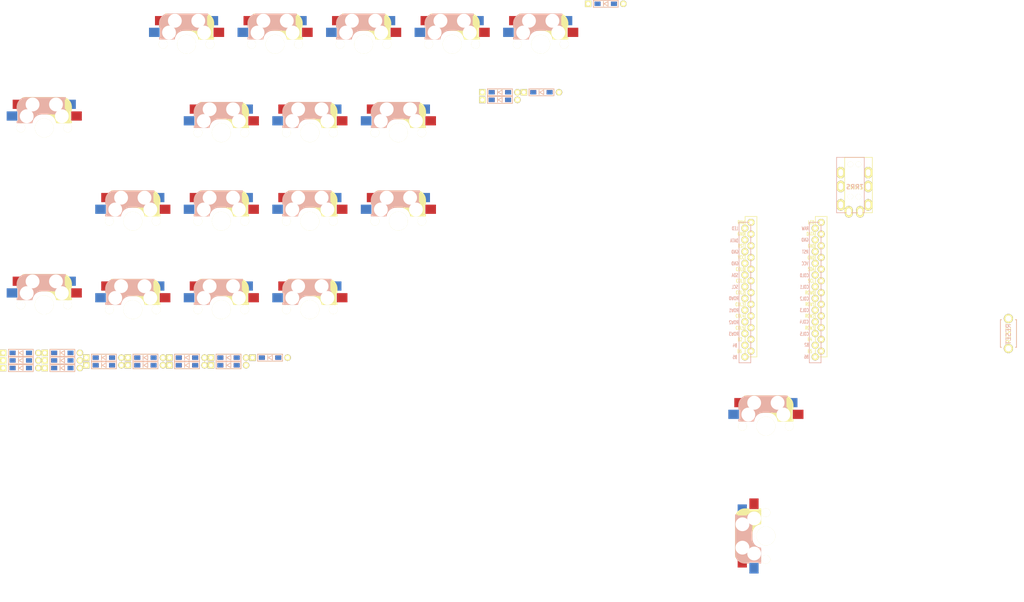
<source format=kicad_pcb>
(kicad_pcb (version 20171130) (host pcbnew "(5.0.1-3-g963ef8bb5)")
  (layers (0 F.Cu signal) (31 B.Cu signal) (34 B.Paste user) (35 F.Paste user) (36 B.SilkS user) (37 F.SilkS user) (38 B.Mask user) (39 F.Mask user) (44 Edge.Cuts user))
  (net 0 "")
  (net 1 row0)
  (net 2 "Net-(D1-Pad2)")
  (net 3 row1)
  (net 4 "Net-(D2-Pad2)")
  (net 5 row2)
  (net 6 "Net-(D3-Pad2)")
  (net 7 "Net-(D4-Pad2)")
  (net 8 "Net-(D5-Pad2)")
  (net 9 "Net-(D6-Pad2)")
  (net 10 "Net-(D7-Pad2)")
  (net 11 "Net-(D8-Pad2)")
  (net 12 "Net-(D9-Pad2)")
  (net 13 "Net-(D10-Pad2)")
  (net 14 "Net-(D11-Pad2)")
  (net 15 "Net-(D12-Pad2)")
  (net 16 row3)
  (net 17 "Net-(D13-Pad2)")
  (net 18 "Net-(D14-Pad2)")
  (net 19 "Net-(D15-Pad2)")
  (net 20 "Net-(D16-Pad2)")
  (net 21 "Net-(D17-Pad2)")
  (net 22 "Net-(D18-Pad2)")
  (net 23 "Net-(D19-Pad2)")
  (net 24 VCC)
  (net 25 "Net-(J1-PadA)")
  (net 26 GND)
  (net 27 data)
  (net 28 col0)
  (net 29 col1)
  (net 30 col2)
  (net 31 col3)
  (net 32 col4)
  (net 33 col5)
  (net 34 reset)
  (net 35 "Net-(U1-Pad1)")
  (net 36 "Net-(U1-Pad5)")
  (net 37 "Net-(U1-Pad6)")
  (net 38 "Net-(U1-Pad7)")
  (net 39 "Net-(U1-Pad8)")
  (net 40 "Net-(U1-Pad19)")
  (net 41 "Net-(U1-Pad20)")
  (net 42 "Net-(U1-Pad24)")
  (module kbd:ProMicro_v2 (layer F.Cu) (at 197.739 89.408)
    (fp_text reference U1 hide)
    (fp_text value ProMicro hide)
    (fp_text user RAW (at 4.191 -13.1445) (layer B.SilkS) (effects (font (size 0.75 0.5) (thickness 0.125)) (justify mirror)))
    (fp_text user LED (at -11.049 -13.1445) (layer B.SilkS) (effects (font (size 0.75 0.5) (thickness 0.125)) (justify mirror)))
    (fp_text user GND (at 4.1275 -10.668) (layer B.SilkS) (effects (font (size 0.75 0.5) (thickness 0.125)) (justify mirror)))
    (fp_text user DATA (at -11.2 -10.5) (layer B.SilkS) (effects (font (size 0.75 0.5) (thickness 0.125)) (justify mirror)))
    (fp_text user RST (at 4.191 -8.0645) (layer B.SilkS) (effects (font (size 0.75 0.5) (thickness 0.125)) (justify mirror)))
    (fp_text user GND (at -11.049 -8.0645) (layer B.SilkS) (effects (font (size 0.75 0.5) (thickness 0.125)) (justify mirror)))
    (fp_text user VCC (at 4.1275 -5.5245) (layer B.SilkS) (effects (font (size 0.75 0.5) (thickness 0.125)) (justify mirror)))
    (fp_text user GND (at -11.049 -5.5245) (layer B.SilkS) (effects (font (size 0.75 0.5) (thickness 0.125)) (justify mirror)))
    (fp_text user COL3 (at 4 4.6) (layer B.SilkS) (effects (font (size 0.75 0.5) (thickness 0.125)) (justify mirror)))
    (fp_text user ROW0 (at -11.3 2.032) (layer B.SilkS) (effects (font (size 0.75 0.5) (thickness 0.125)) (justify mirror)))
    (fp_text user COL2 (at 4 2.1) (layer B.SilkS) (effects (font (size 0.75 0.5) (thickness 0.125)) (justify mirror)))
    (fp_text user SCL (at -11.049 -0.4445) (layer B.SilkS) (effects (font (size 0.75 0.5) (thickness 0.125)) (justify mirror)))
    (fp_text user COL1 (at 4 -0.4445) (layer B.SilkS) (effects (font (size 0.75 0.5) (thickness 0.125)) (justify mirror)))
    (fp_text user SDA (at -11.049 -2.9845) (layer B.SilkS) (effects (font (size 0.75 0.5) (thickness 0.125)) (justify mirror)))
    (fp_text user COL0 (at 4 -2.95) (layer B.SilkS) (effects (font (size 0.75 0.5) (thickness 0.125)) (justify mirror)))
    (fp_text user B6 (at 4.445 14.732) (layer B.SilkS) (effects (font (size 0.75 0.5) (thickness 0.125)) (justify mirror)))
    (fp_text user B5 (at -11.049 14.7955) (layer B.SilkS) (effects (font (size 0.75 0.5) (thickness 0.125)) (justify mirror)))
    (fp_text user B4 (at -11.049 12.2555) (layer B.SilkS) (effects (font (size 0.75 0.5) (thickness 0.125)) (justify mirror)))
    (fp_text user B2 (at 4.5085 12.1285) (layer B.SilkS) (effects (font (size 0.75 0.5) (thickness 0.125)) (justify mirror)))
    (fp_text user ROW3 (at -11.3 9.75) (layer B.SilkS) (effects (font (size 0.75 0.5) (thickness 0.125)) (justify mirror)))
    (fp_text user COL5 (at 4 9.75) (layer B.SilkS) (effects (font (size 0.75 0.5) (thickness 0.125)) (justify mirror)))
    (fp_text user ROW2 (at -11.3 7.239) (layer B.SilkS) (effects (font (size 0.75 0.5) (thickness 0.125)) (justify mirror)))
    (fp_text user COL4 (at 3.95 7.112) (layer B.SilkS) (effects (font (size 0.75 0.5) (thickness 0.125)) (justify mirror)))
    (fp_text user ROW1 (at -11.3 4.6355) (layer B.SilkS) (effects (font (size 0.75 0.5) (thickness 0.125)) (justify mirror)))
    (fp_text user ROW1 (at 5.25 3.302) (layer F.SilkS) (effects (font (size 0.75 0.5) (thickness 0.125))))
    (fp_text user COL4 (at -9.95 5.85) (layer F.SilkS) (effects (font (size 0.75 0.5) (thickness 0.125))))
    (fp_text user ROW2 (at 5.2 5.85) (layer F.SilkS) (effects (font (size 0.75 0.5) (thickness 0.125))))
    (fp_text user COL5 (at -9.95 8.4455) (layer F.SilkS) (effects (font (size 0.75 0.5) (thickness 0.125))))
    (fp_text user ROW3 (at 5.2 8.4455) (layer F.SilkS) (effects (font (size 0.75 0.5) (thickness 0.125))))
    (fp_text user B2 (at -9.95 10.95) (layer F.SilkS) (effects (font (size 0.75 0.5) (thickness 0.125))))
    (fp_text user B4 (at 5.2 10.922) (layer F.SilkS) (effects (font (size 0.75 0.5) (thickness 0.125))))
    (fp_text user B5 (at 5.2 13.5255) (layer F.SilkS) (effects (font (size 0.75 0.5) (thickness 0.125))))
    (fp_text user B6 (at -10.05 13.5) (layer F.SilkS) (effects (font (size 0.75 0.5) (thickness 0.125))))
    (fp_text user COL0 (at -9.9 -4.3) (layer F.SilkS) (effects (font (size 0.75 0.5) (thickness 0.125))))
    (fp_text user SDA (at 5.461 -4.318) (layer F.SilkS) (effects (font (size 0.75 0.5) (thickness 0.125))))
    (fp_text user COL1 (at -9.85 -1.778) (layer F.SilkS) (effects (font (size 0.75 0.5) (thickness 0.125))))
    (fp_text user SCL (at 5.461 -1.778) (layer F.SilkS) (effects (font (size 0.75 0.5) (thickness 0.125))))
    (fp_text user COL2 (at -9.9 0.762) (layer F.SilkS) (effects (font (size 0.75 0.5) (thickness 0.125))))
    (fp_text user ROW0 (at 5.2 0.8) (layer F.SilkS) (effects (font (size 0.75 0.5) (thickness 0.125))))
    (fp_text user COL3 (at -10 3.35) (layer F.SilkS) (effects (font (size 0.75 0.5) (thickness 0.125))))
    (fp_text user GND (at 5.461 -6.7945) (layer F.SilkS) (effects (font (size 0.75 0.5) (thickness 0.125))))
    (fp_text user VCC (at -9.7155 -6.858) (layer F.SilkS) (effects (font (size 0.75 0.5) (thickness 0.125))))
    (fp_text user GND (at 5.5245 -9.3345) (layer F.SilkS) (effects (font (size 0.75 0.5) (thickness 0.125))))
    (fp_text user RST (at -9.7155 -9.3345) (layer F.SilkS) (effects (font (size 0.75 0.5) (thickness 0.125))))
    (fp_text user DATA (at 5.35 -11.95) (layer F.SilkS) (effects (font (size 0.75 0.5) (thickness 0.125))))
    (fp_text user GND (at -9.7155 -11.938) (layer F.SilkS) (effects (font (size 0.75 0.5) (thickness 0.125))))
    (fp_text user LED (at 5.5 -14.478) (layer F.SilkS) (effects (font (size 0.75 0.5) (thickness 0.125))))
    (fp_text user RAW (at -9.7155 -14.478) (layer F.SilkS) (effects (font (size 0.75 0.5) (thickness 0.125))))
    (fp_text user "" (at -1.2065 -16.256) (layer B.SilkS) (effects (justify mirror)))
    (fp_text user "" (at -0.5 -17.25) (layer F.SilkS))
    (pad 24 thru_hole circle (at -7.5636 -14.478) (size 1.524 1.524) (drill 0.8128) (layers *.Cu *.Mask F.SilkS) (net 42 "Net-(U1-Pad24)"))
    (pad 23 thru_hole circle (at -7.5636 -11.938) (size 1.524 1.524) (drill 0.8128) (layers *.Cu *.Mask F.SilkS) (net 26 GND))
    (pad 22 thru_hole circle (at -7.5636 -9.398) (size 1.524 1.524) (drill 0.8128) (layers *.Cu *.Mask F.SilkS) (net 34 reset))
    (pad 21 thru_hole circle (at -7.5636 -6.858) (size 1.524 1.524) (drill 0.8128) (layers *.Cu *.Mask F.SilkS) (net 24 VCC))
    (pad 20 thru_hole circle (at -7.5636 -4.318) (size 1.524 1.524) (drill 0.8128) (layers *.Cu *.Mask F.SilkS) (net 41 "Net-(U1-Pad20)"))
    (pad 19 thru_hole circle (at -7.5636 -1.778) (size 1.524 1.524) (drill 0.8128) (layers *.Cu *.Mask F.SilkS) (net 40 "Net-(U1-Pad19)"))
    (pad 18 thru_hole circle (at -7.5636 0.762) (size 1.524 1.524) (drill 0.8128) (layers *.Cu *.Mask F.SilkS) (net 33 col5))
    (pad 17 thru_hole circle (at -7.5636 3.302) (size 1.524 1.524) (drill 0.8128) (layers *.Cu *.Mask F.SilkS) (net 32 col4))
    (pad 16 thru_hole circle (at -7.5636 5.842) (size 1.524 1.524) (drill 0.8128) (layers *.Cu *.Mask F.SilkS) (net 31 col3))
    (pad 15 thru_hole circle (at -7.5636 8.382) (size 1.524 1.524) (drill 0.8128) (layers *.Cu *.Mask F.SilkS) (net 30 col2))
    (pad 14 thru_hole circle (at -7.5636 10.922) (size 1.524 1.524) (drill 0.8128) (layers *.Cu *.Mask F.SilkS) (net 29 col1))
    (pad 13 thru_hole circle (at -7.5636 13.462) (size 1.524 1.524) (drill 0.8128) (layers *.Cu *.Mask F.SilkS) (net 28 col0))
    (pad 12 thru_hole circle (at 7.6564 13.462) (size 1.524 1.524) (drill 0.8128) (layers *.Cu *.Mask F.SilkS) (net 16 row3))
    (pad 11 thru_hole circle (at 7.6564 10.922) (size 1.524 1.524) (drill 0.8128) (layers *.Cu *.Mask F.SilkS) (net 5 row2))
    (pad 10 thru_hole circle (at 7.6564 8.382) (size 1.524 1.524) (drill 0.8128) (layers *.Cu *.Mask F.SilkS) (net 3 row1))
    (pad 9 thru_hole circle (at 7.6564 5.842) (size 1.524 1.524) (drill 0.8128) (layers *.Cu *.Mask F.SilkS) (net 1 row0))
    (pad 8 thru_hole circle (at 7.6564 3.302) (size 1.524 1.524) (drill 0.8128) (layers *.Cu *.Mask F.SilkS) (net 39 "Net-(U1-Pad8)"))
    (pad 7 thru_hole circle (at 7.6564 0.762) (size 1.524 1.524) (drill 0.8128) (layers *.Cu *.Mask F.SilkS) (net 38 "Net-(U1-Pad7)"))
    (pad 6 thru_hole circle (at 7.6564 -1.778) (size 1.524 1.524) (drill 0.8128) (layers *.Cu *.Mask F.SilkS) (net 37 "Net-(U1-Pad6)"))
    (pad 5 thru_hole circle (at 7.6564 -4.318) (size 1.524 1.524) (drill 0.8128) (layers *.Cu *.Mask F.SilkS) (net 36 "Net-(U1-Pad5)"))
    (pad 4 thru_hole circle (at 7.6564 -6.858) (size 1.524 1.524) (drill 0.8128) (layers *.Cu *.Mask F.SilkS) (net 26 GND))
    (pad 3 thru_hole circle (at 7.6564 -9.398) (size 1.524 1.524) (drill 0.8128) (layers *.Cu *.Mask F.SilkS) (net 26 GND))
    (pad 2 thru_hole circle (at 7.6564 -11.938) (size 1.524 1.524) (drill 0.8128) (layers *.Cu *.Mask F.SilkS) (net 27 data))
    (pad 1 thru_hole circle (at 7.6564 -14.478) (size 1.524 1.524) (drill 0.8128) (layers *.Cu *.Mask F.SilkS) (net 35 "Net-(U1-Pad1)"))
    (pad 1 thru_hole circle (at -8.89 -13.208) (size 1.524 1.524) (drill 0.8128) (layers *.Cu *.Mask F.SilkS) (net 35 "Net-(U1-Pad1)"))
    (pad 2 thru_hole circle (at -8.89 -10.668) (size 1.524 1.524) (drill 0.8128) (layers *.Cu *.Mask F.SilkS) (net 27 data))
    (pad 3 thru_hole circle (at -8.89 -8.128) (size 1.524 1.524) (drill 0.8128) (layers *.Cu *.Mask F.SilkS) (net 26 GND))
    (pad 4 thru_hole circle (at -8.89 -5.588) (size 1.524 1.524) (drill 0.8128) (layers *.Cu *.Mask F.SilkS) (net 26 GND))
    (pad 5 thru_hole circle (at -8.89 -3.048) (size 1.524 1.524) (drill 0.8128) (layers *.Cu *.Mask F.SilkS) (net 36 "Net-(U1-Pad5)"))
    (pad 6 thru_hole circle (at -8.89 -0.508) (size 1.524 1.524) (drill 0.8128) (layers *.Cu *.Mask F.SilkS) (net 37 "Net-(U1-Pad6)"))
    (pad 7 thru_hole circle (at -8.89 2.032) (size 1.524 1.524) (drill 0.8128) (layers *.Cu *.Mask F.SilkS) (net 38 "Net-(U1-Pad7)"))
    (pad 8 thru_hole circle (at -8.89 4.572) (size 1.524 1.524) (drill 0.8128) (layers *.Cu *.Mask F.SilkS) (net 39 "Net-(U1-Pad8)"))
    (pad 9 thru_hole circle (at -8.89 7.112) (size 1.524 1.524) (drill 0.8128) (layers *.Cu *.Mask F.SilkS) (net 1 row0))
    (pad 10 thru_hole circle (at -8.89 9.652) (size 1.524 1.524) (drill 0.8128) (layers *.Cu *.Mask F.SilkS) (net 3 row1))
    (pad 11 thru_hole circle (at -8.89 12.192) (size 1.524 1.524) (drill 0.8128) (layers *.Cu *.Mask F.SilkS) (net 5 row2))
    (pad 12 thru_hole circle (at -8.89 14.732) (size 1.524 1.524) (drill 0.8128) (layers *.Cu *.Mask F.SilkS) (net 16 row3))
    (pad 13 thru_hole circle (at 6.35 14.732) (size 1.524 1.524) (drill 0.8128) (layers *.Cu *.Mask F.SilkS) (net 28 col0))
    (pad 14 thru_hole circle (at 6.35 12.192) (size 1.524 1.524) (drill 0.8128) (layers *.Cu *.Mask F.SilkS) (net 29 col1))
    (pad 15 thru_hole circle (at 6.35 9.652) (size 1.524 1.524) (drill 0.8128) (layers *.Cu *.Mask F.SilkS) (net 30 col2))
    (pad 16 thru_hole circle (at 6.35 7.112) (size 1.524 1.524) (drill 0.8128) (layers *.Cu *.Mask F.SilkS) (net 31 col3))
    (pad 17 thru_hole circle (at 6.35 4.572) (size 1.524 1.524) (drill 0.8128) (layers *.Cu *.Mask F.SilkS) (net 32 col4))
    (pad 18 thru_hole circle (at 6.35 2.032) (size 1.524 1.524) (drill 0.8128) (layers *.Cu *.Mask F.SilkS) (net 33 col5))
    (pad 19 thru_hole circle (at 6.35 -0.508) (size 1.524 1.524) (drill 0.8128) (layers *.Cu *.Mask F.SilkS) (net 40 "Net-(U1-Pad19)"))
    (pad 20 thru_hole circle (at 6.35 -3.048) (size 1.524 1.524) (drill 0.8128) (layers *.Cu *.Mask F.SilkS) (net 41 "Net-(U1-Pad20)"))
    (pad 21 thru_hole circle (at 6.35 -5.588) (size 1.524 1.524) (drill 0.8128) (layers *.Cu *.Mask F.SilkS) (net 24 VCC))
    (pad 22 thru_hole circle (at 6.35 -8.128) (size 1.524 1.524) (drill 0.8128) (layers *.Cu *.Mask F.SilkS) (net 34 reset))
    (pad 23 thru_hole circle (at 6.35 -10.668) (size 1.524 1.524) (drill 0.8128) (layers *.Cu *.Mask F.SilkS) (net 26 GND))
    (pad 24 thru_hole circle (at 6.35 -13.208) (size 1.524 1.524) (drill 0.8128) (layers *.Cu *.Mask F.SilkS) (net 42 "Net-(U1-Pad24)"))
  )
  (module kbd:D3_TH_SMD (layer F.Cu) (at 144.7235 46.695001)
    (fp_text reference D1 hide)
    (fp_text value D hide)
    (pad 1 smd rect (at -1.775 0) (size 1.3 0.95) (layers F.Cu F.Paste F.Mask) (net 1 row0))
    (pad 2 smd rect (at 1.775 0) (size 1.3 0.95) (layers B.Cu B.Paste B.Mask) (net 2 "Net-(D1-Pad2)"))
    (pad 1 smd rect (at -1.775 0) (size 1.3 0.95) (layers B.Cu B.Paste B.Mask) (net 1 row0))
    (pad 1 thru_hole rect (at -3.81 0) (size 1.397 1.397) (drill 0.8128) (layers *.Cu *.Mask F.SilkS) (net 1 row0))
    (pad 2 thru_hole circle (at 3.81 0) (size 1.397 1.397) (drill 0.8128) (layers *.Cu *.Mask F.SilkS) (net 2 "Net-(D1-Pad2)"))
    (pad 2 smd rect (at 1.775 0) (size 1.3 0.95) (layers F.Cu F.Paste F.Mask) (net 2 "Net-(D1-Pad2)"))
  )
  (module kbd:D3_TH_SMD (layer F.Cu) (at 40.8235 103.255001)
    (fp_text reference D2 hide)
    (fp_text value D hide)
    (pad 1 smd rect (at -1.775 0) (size 1.3 0.95) (layers F.Cu F.Paste F.Mask) (net 3 row1))
    (pad 2 smd rect (at 1.775 0) (size 1.3 0.95) (layers B.Cu B.Paste B.Mask) (net 4 "Net-(D2-Pad2)"))
    (pad 1 smd rect (at -1.775 0) (size 1.3 0.95) (layers B.Cu B.Paste B.Mask) (net 3 row1))
    (pad 1 thru_hole rect (at -3.81 0) (size 1.397 1.397) (drill 0.8128) (layers *.Cu *.Mask F.SilkS) (net 3 row1))
    (pad 2 thru_hole circle (at 3.81 0) (size 1.397 1.397) (drill 0.8128) (layers *.Cu *.Mask F.SilkS) (net 4 "Net-(D2-Pad2)"))
    (pad 2 smd rect (at 1.775 0) (size 1.3 0.95) (layers F.Cu F.Paste F.Mask) (net 4 "Net-(D2-Pad2)"))
  )
  (module kbd:D3_TH_SMD (layer F.Cu) (at 31.8135 103.255001)
    (fp_text reference D3 hide)
    (fp_text value D hide)
    (pad 1 smd rect (at -1.775 0) (size 1.3 0.95) (layers F.Cu F.Paste F.Mask) (net 5 row2))
    (pad 2 smd rect (at 1.775 0) (size 1.3 0.95) (layers B.Cu B.Paste B.Mask) (net 6 "Net-(D3-Pad2)"))
    (pad 1 smd rect (at -1.775 0) (size 1.3 0.95) (layers B.Cu B.Paste B.Mask) (net 5 row2))
    (pad 1 thru_hole rect (at -3.81 0) (size 1.397 1.397) (drill 0.8128) (layers *.Cu *.Mask F.SilkS) (net 5 row2))
    (pad 2 thru_hole circle (at 3.81 0) (size 1.397 1.397) (drill 0.8128) (layers *.Cu *.Mask F.SilkS) (net 6 "Net-(D3-Pad2)"))
    (pad 2 smd rect (at 1.775 0) (size 1.3 0.95) (layers F.Cu F.Paste F.Mask) (net 6 "Net-(D3-Pad2)"))
  )
  (module kbd:D3_TH_SMD (layer F.Cu) (at 85.8735 104.295001)
    (fp_text reference D4 hide)
    (fp_text value D hide)
    (pad 2 smd rect (at 1.775 0) (size 1.3 0.95) (layers F.Cu F.Paste F.Mask) (net 7 "Net-(D4-Pad2)"))
    (pad 2 thru_hole circle (at 3.81 0) (size 1.397 1.397) (drill 0.8128) (layers *.Cu *.Mask F.SilkS) (net 7 "Net-(D4-Pad2)"))
    (pad 1 thru_hole rect (at -3.81 0) (size 1.397 1.397) (drill 0.8128) (layers *.Cu *.Mask F.SilkS) (net 1 row0))
    (pad 1 smd rect (at -1.775 0) (size 1.3 0.95) (layers B.Cu B.Paste B.Mask) (net 1 row0))
    (pad 2 smd rect (at 1.775 0) (size 1.3 0.95) (layers B.Cu B.Paste B.Mask) (net 7 "Net-(D4-Pad2)"))
    (pad 1 smd rect (at -1.775 0) (size 1.3 0.95) (layers F.Cu F.Paste F.Mask) (net 1 row0))
  )
  (module kbd:D3_TH_SMD (layer F.Cu) (at 135.7135 48.345001)
    (fp_text reference D5 hide)
    (fp_text value D hide)
    (pad 2 smd rect (at 1.775 0) (size 1.3 0.95) (layers F.Cu F.Paste F.Mask) (net 8 "Net-(D5-Pad2)"))
    (pad 2 thru_hole circle (at 3.81 0) (size 1.397 1.397) (drill 0.8128) (layers *.Cu *.Mask F.SilkS) (net 8 "Net-(D5-Pad2)"))
    (pad 1 thru_hole rect (at -3.81 0) (size 1.397 1.397) (drill 0.8128) (layers *.Cu *.Mask F.SilkS) (net 3 row1))
    (pad 1 smd rect (at -1.775 0) (size 1.3 0.95) (layers B.Cu B.Paste B.Mask) (net 3 row1))
    (pad 2 smd rect (at 1.775 0) (size 1.3 0.95) (layers B.Cu B.Paste B.Mask) (net 8 "Net-(D5-Pad2)"))
    (pad 1 smd rect (at -1.775 0) (size 1.3 0.95) (layers F.Cu F.Paste F.Mask) (net 3 row1))
  )
  (module kbd:D3_TH_SMD (layer F.Cu) (at 76.8635 105.945001)
    (fp_text reference D6 hide)
    (fp_text value D hide)
    (pad 2 smd rect (at 1.775 0) (size 1.3 0.95) (layers F.Cu F.Paste F.Mask) (net 9 "Net-(D6-Pad2)"))
    (pad 2 thru_hole circle (at 3.81 0) (size 1.397 1.397) (drill 0.8128) (layers *.Cu *.Mask F.SilkS) (net 9 "Net-(D6-Pad2)"))
    (pad 1 thru_hole rect (at -3.81 0) (size 1.397 1.397) (drill 0.8128) (layers *.Cu *.Mask F.SilkS) (net 5 row2))
    (pad 1 smd rect (at -1.775 0) (size 1.3 0.95) (layers B.Cu B.Paste B.Mask) (net 5 row2))
    (pad 2 smd rect (at 1.775 0) (size 1.3 0.95) (layers B.Cu B.Paste B.Mask) (net 9 "Net-(D6-Pad2)"))
    (pad 1 smd rect (at -1.775 0) (size 1.3 0.95) (layers F.Cu F.Paste F.Mask) (net 5 row2))
  )
  (module kbd:D3_TH_SMD (layer F.Cu) (at 158.6735 27.495001)
    (fp_text reference D7 hide)
    (fp_text value D hide)
    (pad 1 smd rect (at -1.775 0) (size 1.3 0.95) (layers F.Cu F.Paste F.Mask) (net 1 row0))
    (pad 2 smd rect (at 1.775 0) (size 1.3 0.95) (layers B.Cu B.Paste B.Mask) (net 10 "Net-(D7-Pad2)"))
    (pad 1 smd rect (at -1.775 0) (size 1.3 0.95) (layers B.Cu B.Paste B.Mask) (net 1 row0))
    (pad 1 thru_hole rect (at -3.81 0) (size 1.397 1.397) (drill 0.8128) (layers *.Cu *.Mask F.SilkS) (net 1 row0))
    (pad 2 thru_hole circle (at 3.81 0) (size 1.397 1.397) (drill 0.8128) (layers *.Cu *.Mask F.SilkS) (net 10 "Net-(D7-Pad2)"))
    (pad 2 smd rect (at 1.775 0) (size 1.3 0.95) (layers F.Cu F.Paste F.Mask) (net 10 "Net-(D7-Pad2)"))
  )
  (module kbd:D3_TH_SMD (layer F.Cu) (at 76.8635 104.295001)
    (fp_text reference D8 hide)
    (fp_text value D hide)
    (pad 1 smd rect (at -1.775 0) (size 1.3 0.95) (layers F.Cu F.Paste F.Mask) (net 3 row1))
    (pad 2 smd rect (at 1.775 0) (size 1.3 0.95) (layers B.Cu B.Paste B.Mask) (net 11 "Net-(D8-Pad2)"))
    (pad 1 smd rect (at -1.775 0) (size 1.3 0.95) (layers B.Cu B.Paste B.Mask) (net 3 row1))
    (pad 1 thru_hole rect (at -3.81 0) (size 1.397 1.397) (drill 0.8128) (layers *.Cu *.Mask F.SilkS) (net 3 row1))
    (pad 2 thru_hole circle (at 3.81 0) (size 1.397 1.397) (drill 0.8128) (layers *.Cu *.Mask F.SilkS) (net 11 "Net-(D8-Pad2)"))
    (pad 2 smd rect (at 1.775 0) (size 1.3 0.95) (layers F.Cu F.Paste F.Mask) (net 11 "Net-(D8-Pad2)"))
  )
  (module kbd:D3_TH_SMD (layer F.Cu) (at 135.7135 46.695001)
    (fp_text reference D9 hide)
    (fp_text value D hide)
    (pad 1 smd rect (at -1.775 0) (size 1.3 0.95) (layers F.Cu F.Paste F.Mask) (net 5 row2))
    (pad 2 smd rect (at 1.775 0) (size 1.3 0.95) (layers B.Cu B.Paste B.Mask) (net 12 "Net-(D9-Pad2)"))
    (pad 1 smd rect (at -1.775 0) (size 1.3 0.95) (layers B.Cu B.Paste B.Mask) (net 5 row2))
    (pad 1 thru_hole rect (at -3.81 0) (size 1.397 1.397) (drill 0.8128) (layers *.Cu *.Mask F.SilkS) (net 5 row2))
    (pad 2 thru_hole circle (at 3.81 0) (size 1.397 1.397) (drill 0.8128) (layers *.Cu *.Mask F.SilkS) (net 12 "Net-(D9-Pad2)"))
    (pad 2 smd rect (at 1.775 0) (size 1.3 0.95) (layers F.Cu F.Paste F.Mask) (net 12 "Net-(D9-Pad2)"))
  )
  (module kbd:D3_TH_SMD (layer F.Cu) (at 67.8535 105.945001)
    (fp_text reference D10 hide)
    (fp_text value D hide)
    (pad 2 smd rect (at 1.775 0) (size 1.3 0.95) (layers F.Cu F.Paste F.Mask) (net 13 "Net-(D10-Pad2)"))
    (pad 2 thru_hole circle (at 3.81 0) (size 1.397 1.397) (drill 0.8128) (layers *.Cu *.Mask F.SilkS) (net 13 "Net-(D10-Pad2)"))
    (pad 1 thru_hole rect (at -3.81 0) (size 1.397 1.397) (drill 0.8128) (layers *.Cu *.Mask F.SilkS) (net 1 row0))
    (pad 1 smd rect (at -1.775 0) (size 1.3 0.95) (layers B.Cu B.Paste B.Mask) (net 1 row0))
    (pad 2 smd rect (at 1.775 0) (size 1.3 0.95) (layers B.Cu B.Paste B.Mask) (net 13 "Net-(D10-Pad2)"))
    (pad 1 smd rect (at -1.775 0) (size 1.3 0.95) (layers F.Cu F.Paste F.Mask) (net 1 row0))
  )
  (module kbd:D3_TH_SMD (layer F.Cu) (at 67.8535 104.295001)
    (fp_text reference D11 hide)
    (fp_text value D hide)
    (pad 2 smd rect (at 1.775 0) (size 1.3 0.95) (layers F.Cu F.Paste F.Mask) (net 14 "Net-(D11-Pad2)"))
    (pad 2 thru_hole circle (at 3.81 0) (size 1.397 1.397) (drill 0.8128) (layers *.Cu *.Mask F.SilkS) (net 14 "Net-(D11-Pad2)"))
    (pad 1 thru_hole rect (at -3.81 0) (size 1.397 1.397) (drill 0.8128) (layers *.Cu *.Mask F.SilkS) (net 3 row1))
    (pad 1 smd rect (at -1.775 0) (size 1.3 0.95) (layers B.Cu B.Paste B.Mask) (net 3 row1))
    (pad 2 smd rect (at 1.775 0) (size 1.3 0.95) (layers B.Cu B.Paste B.Mask) (net 14 "Net-(D11-Pad2)"))
    (pad 1 smd rect (at -1.775 0) (size 1.3 0.95) (layers F.Cu F.Paste F.Mask) (net 3 row1))
  )
  (module kbd:D3_TH_SMD (layer F.Cu) (at 58.8435 105.945001)
    (fp_text reference D12 hide)
    (fp_text value D hide)
    (pad 2 smd rect (at 1.775 0) (size 1.3 0.95) (layers F.Cu F.Paste F.Mask) (net 15 "Net-(D12-Pad2)"))
    (pad 2 thru_hole circle (at 3.81 0) (size 1.397 1.397) (drill 0.8128) (layers *.Cu *.Mask F.SilkS) (net 15 "Net-(D12-Pad2)"))
    (pad 1 thru_hole rect (at -3.81 0) (size 1.397 1.397) (drill 0.8128) (layers *.Cu *.Mask F.SilkS) (net 5 row2))
    (pad 1 smd rect (at -1.775 0) (size 1.3 0.95) (layers B.Cu B.Paste B.Mask) (net 5 row2))
    (pad 2 smd rect (at 1.775 0) (size 1.3 0.95) (layers B.Cu B.Paste B.Mask) (net 15 "Net-(D12-Pad2)"))
    (pad 1 smd rect (at -1.775 0) (size 1.3 0.95) (layers F.Cu F.Paste F.Mask) (net 5 row2))
  )
  (module kbd:D3_TH_SMD (layer F.Cu) (at 49.8335 105.945001)
    (fp_text reference D13 hide)
    (fp_text value D hide)
    (pad 1 smd rect (at -1.775 0) (size 1.3 0.95) (layers F.Cu F.Paste F.Mask) (net 16 row3))
    (pad 2 smd rect (at 1.775 0) (size 1.3 0.95) (layers B.Cu B.Paste B.Mask) (net 17 "Net-(D13-Pad2)"))
    (pad 1 smd rect (at -1.775 0) (size 1.3 0.95) (layers B.Cu B.Paste B.Mask) (net 16 row3))
    (pad 1 thru_hole rect (at -3.81 0) (size 1.397 1.397) (drill 0.8128) (layers *.Cu *.Mask F.SilkS) (net 16 row3))
    (pad 2 thru_hole circle (at 3.81 0) (size 1.397 1.397) (drill 0.8128) (layers *.Cu *.Mask F.SilkS) (net 17 "Net-(D13-Pad2)"))
    (pad 2 smd rect (at 1.775 0) (size 1.3 0.95) (layers F.Cu F.Paste F.Mask) (net 17 "Net-(D13-Pad2)"))
  )
  (module kbd:D3_TH_SMD (layer F.Cu) (at 58.8435 104.295001)
    (fp_text reference D14 hide)
    (fp_text value D hide)
    (pad 1 smd rect (at -1.775 0) (size 1.3 0.95) (layers F.Cu F.Paste F.Mask) (net 1 row0))
    (pad 2 smd rect (at 1.775 0) (size 1.3 0.95) (layers B.Cu B.Paste B.Mask) (net 18 "Net-(D14-Pad2)"))
    (pad 1 smd rect (at -1.775 0) (size 1.3 0.95) (layers B.Cu B.Paste B.Mask) (net 1 row0))
    (pad 1 thru_hole rect (at -3.81 0) (size 1.397 1.397) (drill 0.8128) (layers *.Cu *.Mask F.SilkS) (net 1 row0))
    (pad 2 thru_hole circle (at 3.81 0) (size 1.397 1.397) (drill 0.8128) (layers *.Cu *.Mask F.SilkS) (net 18 "Net-(D14-Pad2)"))
    (pad 2 smd rect (at 1.775 0) (size 1.3 0.95) (layers F.Cu F.Paste F.Mask) (net 18 "Net-(D14-Pad2)"))
  )
  (module kbd:D3_TH_SMD (layer F.Cu) (at 49.8335 104.295001)
    (fp_text reference D15 hide)
    (fp_text value D hide)
    (pad 2 smd rect (at 1.775 0) (size 1.3 0.95) (layers F.Cu F.Paste F.Mask) (net 19 "Net-(D15-Pad2)"))
    (pad 2 thru_hole circle (at 3.81 0) (size 1.397 1.397) (drill 0.8128) (layers *.Cu *.Mask F.SilkS) (net 19 "Net-(D15-Pad2)"))
    (pad 1 thru_hole rect (at -3.81 0) (size 1.397 1.397) (drill 0.8128) (layers *.Cu *.Mask F.SilkS) (net 3 row1))
    (pad 1 smd rect (at -1.775 0) (size 1.3 0.95) (layers B.Cu B.Paste B.Mask) (net 3 row1))
    (pad 2 smd rect (at 1.775 0) (size 1.3 0.95) (layers B.Cu B.Paste B.Mask) (net 19 "Net-(D15-Pad2)"))
    (pad 1 smd rect (at -1.775 0) (size 1.3 0.95) (layers F.Cu F.Paste F.Mask) (net 3 row1))
  )
  (module kbd:D3_TH_SMD (layer F.Cu) (at 40.8235 106.555001)
    (fp_text reference D16 hide)
    (fp_text value D hide)
    (pad 1 smd rect (at -1.775 0) (size 1.3 0.95) (layers F.Cu F.Paste F.Mask) (net 5 row2))
    (pad 2 smd rect (at 1.775 0) (size 1.3 0.95) (layers B.Cu B.Paste B.Mask) (net 20 "Net-(D16-Pad2)"))
    (pad 1 smd rect (at -1.775 0) (size 1.3 0.95) (layers B.Cu B.Paste B.Mask) (net 5 row2))
    (pad 1 thru_hole rect (at -3.81 0) (size 1.397 1.397) (drill 0.8128) (layers *.Cu *.Mask F.SilkS) (net 5 row2))
    (pad 2 thru_hole circle (at 3.81 0) (size 1.397 1.397) (drill 0.8128) (layers *.Cu *.Mask F.SilkS) (net 20 "Net-(D16-Pad2)"))
    (pad 2 smd rect (at 1.775 0) (size 1.3 0.95) (layers F.Cu F.Paste F.Mask) (net 20 "Net-(D16-Pad2)"))
  )
  (module kbd:D3_TH_SMD (layer F.Cu) (at 31.8135 106.555001)
    (fp_text reference D17 hide)
    (fp_text value D hide)
    (pad 1 smd rect (at -1.775 0) (size 1.3 0.95) (layers F.Cu F.Paste F.Mask) (net 16 row3))
    (pad 2 smd rect (at 1.775 0) (size 1.3 0.95) (layers B.Cu B.Paste B.Mask) (net 21 "Net-(D17-Pad2)"))
    (pad 1 smd rect (at -1.775 0) (size 1.3 0.95) (layers B.Cu B.Paste B.Mask) (net 16 row3))
    (pad 1 thru_hole rect (at -3.81 0) (size 1.397 1.397) (drill 0.8128) (layers *.Cu *.Mask F.SilkS) (net 16 row3))
    (pad 2 thru_hole circle (at 3.81 0) (size 1.397 1.397) (drill 0.8128) (layers *.Cu *.Mask F.SilkS) (net 21 "Net-(D17-Pad2)"))
    (pad 2 smd rect (at 1.775 0) (size 1.3 0.95) (layers F.Cu F.Paste F.Mask) (net 21 "Net-(D17-Pad2)"))
  )
  (module kbd:D3_TH_SMD (layer F.Cu) (at 40.8235 104.905001)
    (fp_text reference D18 hide)
    (fp_text value D hide)
    (pad 2 smd rect (at 1.775 0) (size 1.3 0.95) (layers F.Cu F.Paste F.Mask) (net 22 "Net-(D18-Pad2)"))
    (pad 2 thru_hole circle (at 3.81 0) (size 1.397 1.397) (drill 0.8128) (layers *.Cu *.Mask F.SilkS) (net 22 "Net-(D18-Pad2)"))
    (pad 1 thru_hole rect (at -3.81 0) (size 1.397 1.397) (drill 0.8128) (layers *.Cu *.Mask F.SilkS) (net 5 row2))
    (pad 1 smd rect (at -1.775 0) (size 1.3 0.95) (layers B.Cu B.Paste B.Mask) (net 5 row2))
    (pad 2 smd rect (at 1.775 0) (size 1.3 0.95) (layers B.Cu B.Paste B.Mask) (net 22 "Net-(D18-Pad2)"))
    (pad 1 smd rect (at -1.775 0) (size 1.3 0.95) (layers F.Cu F.Paste F.Mask) (net 5 row2))
  )
  (module kbd:D3_TH_SMD (layer F.Cu) (at 31.8135 104.905001)
    (fp_text reference D19 hide)
    (fp_text value D hide)
    (pad 2 smd rect (at 1.775 0) (size 1.3 0.95) (layers F.Cu F.Paste F.Mask) (net 23 "Net-(D19-Pad2)"))
    (pad 2 thru_hole circle (at 3.81 0) (size 1.397 1.397) (drill 0.8128) (layers *.Cu *.Mask F.SilkS) (net 23 "Net-(D19-Pad2)"))
    (pad 1 thru_hole rect (at -3.81 0) (size 1.397 1.397) (drill 0.8128) (layers *.Cu *.Mask F.SilkS) (net 16 row3))
    (pad 1 smd rect (at -1.775 0) (size 1.3 0.95) (layers B.Cu B.Paste B.Mask) (net 16 row3))
    (pad 2 smd rect (at 1.775 0) (size 1.3 0.95) (layers B.Cu B.Paste B.Mask) (net 23 "Net-(D19-Pad2)"))
    (pad 1 smd rect (at -1.775 0) (size 1.3 0.95) (layers F.Cu F.Paste F.Mask) (net 16 row3))
  )
  (module kbd:MJ-4PP-9 (layer F.Cu) (at 213.487 60.833)
    (fp_text reference J1)
    (fp_text value MJ-4PP-9 hide)
    (fp_text user TRRS (at -0.8255 6.4135) (layer B.SilkS) (effects (justify mirror)))
    (fp_text user TRRS (at -0.75 6.45) (layer F.SilkS))
    (pad "" np_thru_hole circle (at -1.75 8.5) (size 1.2 1.2) (drill 1.2) (layers *.Cu *.Mask F.SilkS))
    (pad "" np_thru_hole circle (at -1.75 1.5) (size 1.2 1.2) (drill 1.2) (layers *.Cu *.Mask F.SilkS))
    (pad D thru_hole oval (at -3.85 10.3) (size 1.7 2.5) (drill oval 1 1.5) (layers *.Cu *.Mask F.SilkS) (net 24 VCC) (clearance 0.15))
    (pad A thru_hole oval (at 0.35 11.8) (size 1.7 2.5) (drill oval 1 1.5) (layers *.Cu *.Mask F.SilkS) (net 25 "Net-(J1-PadA)") (clearance 0.15))
    (pad B thru_hole oval (at -3.85 3.3) (size 1.7 2.5) (drill oval 1 1.5) (layers *.Cu *.Mask F.SilkS) (net 26 GND))
    (pad C thru_hole oval (at -3.85 6.3) (size 1.7 2.5) (drill oval 1 1.5) (layers *.Cu *.Mask F.SilkS) (net 27 data))
    (pad "" np_thru_hole circle (at 0 1.5) (size 1.2 1.2) (drill 1.2) (layers *.Cu *.Mask F.SilkS))
    (pad "" np_thru_hole circle (at 0 8.5) (size 1.2 1.2) (drill 1.2) (layers *.Cu *.Mask F.SilkS))
    (pad B thru_hole oval (at 2.1 3.3) (size 1.7 2.5) (drill oval 1 1.5) (layers *.Cu *.Mask F.SilkS) (net 26 GND))
    (pad C thru_hole oval (at 2.1 6.3) (size 1.7 2.5) (drill oval 1 1.5) (layers *.Cu *.Mask F.SilkS) (net 27 data))
    (pad D thru_hole oval (at 2.1 10.3) (size 1.7 2.5) (drill oval 1 1.5) (layers *.Cu *.Mask F.SilkS) (net 24 VCC) (clearance 0.15))
    (pad A thru_hole oval (at -2.1 11.8) (size 1.7 2.5) (drill oval 1 1.5) (layers *.Cu *.Mask F.SilkS) (net 25 "Net-(J1-PadA)") (clearance 0.15))
  )
  (module kbd:CherryMX_Hotswap (layer F.Cu) (at 36.905001 54.430001)
    (fp_text reference SW1 hide)
    (fp_text value SW_PUSH hide)
    (pad 1 smd rect (at -7 -2.58 180) (size 2.3 2) (layers B.Cu B.Paste B.Mask) (net 28 col0))
    (pad 1 smd rect (at 7 -2.58 180) (size 2.3 2) (layers F.Cu F.Paste F.Mask) (net 28 col0))
    (pad 2 smd rect (at -5.7 -5.12 180) (size 2.3 2) (layers F.Cu F.Paste F.Mask) (net 2 "Net-(D1-Pad2)"))
    (pad "" np_thru_hole circle (at -3.81 -2.54 180) (size 3 3) (drill 3) (layers *.Cu *.Mask))
    (pad "" np_thru_hole circle (at -2.54 -5.08 180) (size 3 3) (drill 3) (layers *.Cu *.Mask))
    (pad "" np_thru_hole circle (at 3.81 -2.540001 180) (size 3 3) (drill 3) (layers *.Cu *.Mask))
    (pad "" np_thru_hole circle (at 2.54 -5.08 180) (size 3 3) (drill 3) (layers *.Cu *.Mask))
    (pad "" np_thru_hole circle (at 0 0 90) (size 4.1 4.1) (drill 4.1) (layers *.Cu *.Mask F.SilkS))
    (pad "" np_thru_hole circle (at 5.08 0) (size 1.9 1.9) (drill 1.9) (layers *.Cu *.Mask F.SilkS))
    (pad "" np_thru_hole circle (at -5.08 0) (size 1.9 1.9) (drill 1.9) (layers *.Cu *.Mask F.SilkS))
    (pad 2 smd rect (at 5.7 -5.12 180) (size 2.3 2) (layers B.Cu B.Paste B.Mask) (net 2 "Net-(D1-Pad2)"))
  )
  (module kbd:CherryMX_Hotswap (layer F.Cu) (at 67.765001 36.270001)
    (fp_text reference SW2 hide)
    (fp_text value SW_PUSH hide)
    (pad 2 smd rect (at 5.7 -5.12 180) (size 2.3 2) (layers B.Cu B.Paste B.Mask) (net 4 "Net-(D2-Pad2)"))
    (pad "" np_thru_hole circle (at -5.08 0) (size 1.9 1.9) (drill 1.9) (layers *.Cu *.Mask F.SilkS))
    (pad "" np_thru_hole circle (at 5.08 0) (size 1.9 1.9) (drill 1.9) (layers *.Cu *.Mask F.SilkS))
    (pad "" np_thru_hole circle (at 0 0 90) (size 4.1 4.1) (drill 4.1) (layers *.Cu *.Mask F.SilkS))
    (pad "" np_thru_hole circle (at 2.54 -5.08 180) (size 3 3) (drill 3) (layers *.Cu *.Mask))
    (pad "" np_thru_hole circle (at 3.81 -2.540001 180) (size 3 3) (drill 3) (layers *.Cu *.Mask))
    (pad "" np_thru_hole circle (at -2.54 -5.08 180) (size 3 3) (drill 3) (layers *.Cu *.Mask))
    (pad "" np_thru_hole circle (at -3.81 -2.54 180) (size 3 3) (drill 3) (layers *.Cu *.Mask))
    (pad 2 smd rect (at -5.7 -5.12 180) (size 2.3 2) (layers F.Cu F.Paste F.Mask) (net 4 "Net-(D2-Pad2)"))
    (pad 1 smd rect (at 7 -2.58 180) (size 2.3 2) (layers F.Cu F.Paste F.Mask) (net 28 col0))
    (pad 1 smd rect (at -7 -2.58 180) (size 2.3 2) (layers B.Cu B.Paste B.Mask) (net 28 col0))
  )
  (module kbd:CherryMX_Hotswap (layer F.Cu) (at 113.705001 74.670001)
    (fp_text reference SW3 hide)
    (fp_text value SW_PUSH hide)
    (pad 1 smd rect (at -7 -2.58 180) (size 2.3 2) (layers B.Cu B.Paste B.Mask) (net 28 col0))
    (pad 1 smd rect (at 7 -2.58 180) (size 2.3 2) (layers F.Cu F.Paste F.Mask) (net 28 col0))
    (pad 2 smd rect (at -5.7 -5.12 180) (size 2.3 2) (layers F.Cu F.Paste F.Mask) (net 6 "Net-(D3-Pad2)"))
    (pad "" np_thru_hole circle (at -3.81 -2.54 180) (size 3 3) (drill 3) (layers *.Cu *.Mask))
    (pad "" np_thru_hole circle (at -2.54 -5.08 180) (size 3 3) (drill 3) (layers *.Cu *.Mask))
    (pad "" np_thru_hole circle (at 3.81 -2.540001 180) (size 3 3) (drill 3) (layers *.Cu *.Mask))
    (pad "" np_thru_hole circle (at 2.54 -5.08 180) (size 3 3) (drill 3) (layers *.Cu *.Mask))
    (pad "" np_thru_hole circle (at 0 0 90) (size 4.1 4.1) (drill 4.1) (layers *.Cu *.Mask F.SilkS))
    (pad "" np_thru_hole circle (at 5.08 0) (size 1.9 1.9) (drill 1.9) (layers *.Cu *.Mask F.SilkS))
    (pad "" np_thru_hole circle (at -5.08 0) (size 1.9 1.9) (drill 1.9) (layers *.Cu *.Mask F.SilkS))
    (pad 2 smd rect (at 5.7 -5.12 180) (size 2.3 2) (layers B.Cu B.Paste B.Mask) (net 6 "Net-(D3-Pad2)"))
  )
  (module kbd:CherryMX_Hotswap (layer F.Cu) (at 94.505001 93.870001)
    (fp_text reference SW4 hide)
    (fp_text value SW_PUSH hide)
    (pad 2 smd rect (at 5.7 -5.12 180) (size 2.3 2) (layers B.Cu B.Paste B.Mask) (net 7 "Net-(D4-Pad2)"))
    (pad "" np_thru_hole circle (at -5.08 0) (size 1.9 1.9) (drill 1.9) (layers *.Cu *.Mask F.SilkS))
    (pad "" np_thru_hole circle (at 5.08 0) (size 1.9 1.9) (drill 1.9) (layers *.Cu *.Mask F.SilkS))
    (pad "" np_thru_hole circle (at 0 0 90) (size 4.1 4.1) (drill 4.1) (layers *.Cu *.Mask F.SilkS))
    (pad "" np_thru_hole circle (at 2.54 -5.08 180) (size 3 3) (drill 3) (layers *.Cu *.Mask))
    (pad "" np_thru_hole circle (at 3.81 -2.540001 180) (size 3 3) (drill 3) (layers *.Cu *.Mask))
    (pad "" np_thru_hole circle (at -2.54 -5.08 180) (size 3 3) (drill 3) (layers *.Cu *.Mask))
    (pad "" np_thru_hole circle (at -3.81 -2.54 180) (size 3 3) (drill 3) (layers *.Cu *.Mask))
    (pad 2 smd rect (at -5.7 -5.12 180) (size 2.3 2) (layers F.Cu F.Paste F.Mask) (net 7 "Net-(D4-Pad2)"))
    (pad 1 smd rect (at 7 -2.58 180) (size 2.3 2) (layers F.Cu F.Paste F.Mask) (net 29 col1))
    (pad 1 smd rect (at -7 -2.58 180) (size 2.3 2) (layers B.Cu B.Paste B.Mask) (net 29 col1))
  )
  (module kbd:CherryMX_Hotswap (layer F.Cu) (at 144.565001 36.270001)
    (fp_text reference SW5 hide)
    (fp_text value SW_PUSH hide)
    (pad 1 smd rect (at -7 -2.58 180) (size 2.3 2) (layers B.Cu B.Paste B.Mask) (net 29 col1))
    (pad 1 smd rect (at 7 -2.58 180) (size 2.3 2) (layers F.Cu F.Paste F.Mask) (net 29 col1))
    (pad 2 smd rect (at -5.7 -5.12 180) (size 2.3 2) (layers F.Cu F.Paste F.Mask) (net 8 "Net-(D5-Pad2)"))
    (pad "" np_thru_hole circle (at -3.81 -2.54 180) (size 3 3) (drill 3) (layers *.Cu *.Mask))
    (pad "" np_thru_hole circle (at -2.54 -5.08 180) (size 3 3) (drill 3) (layers *.Cu *.Mask))
    (pad "" np_thru_hole circle (at 3.81 -2.540001 180) (size 3 3) (drill 3) (layers *.Cu *.Mask))
    (pad "" np_thru_hole circle (at 2.54 -5.08 180) (size 3 3) (drill 3) (layers *.Cu *.Mask))
    (pad "" np_thru_hole circle (at 0 0 90) (size 4.1 4.1) (drill 4.1) (layers *.Cu *.Mask F.SilkS))
    (pad "" np_thru_hole circle (at 5.08 0) (size 1.9 1.9) (drill 1.9) (layers *.Cu *.Mask F.SilkS))
    (pad "" np_thru_hole circle (at -5.08 0) (size 1.9 1.9) (drill 1.9) (layers *.Cu *.Mask F.SilkS))
    (pad 2 smd rect (at 5.7 -5.12 180) (size 2.3 2) (layers B.Cu B.Paste B.Mask) (net 8 "Net-(D5-Pad2)"))
  )
  (module kbd:CherryMX_Hotswap (layer F.Cu) (at 113.705001 55.470001)
    (fp_text reference SW6 hide)
    (fp_text value SW_PUSH hide)
    (pad 2 smd rect (at 5.7 -5.12 180) (size 2.3 2) (layers B.Cu B.Paste B.Mask) (net 9 "Net-(D6-Pad2)"))
    (pad "" np_thru_hole circle (at -5.08 0) (size 1.9 1.9) (drill 1.9) (layers *.Cu *.Mask F.SilkS))
    (pad "" np_thru_hole circle (at 5.08 0) (size 1.9 1.9) (drill 1.9) (layers *.Cu *.Mask F.SilkS))
    (pad "" np_thru_hole circle (at 0 0 90) (size 4.1 4.1) (drill 4.1) (layers *.Cu *.Mask F.SilkS))
    (pad "" np_thru_hole circle (at 2.54 -5.08 180) (size 3 3) (drill 3) (layers *.Cu *.Mask))
    (pad "" np_thru_hole circle (at 3.81 -2.540001 180) (size 3 3) (drill 3) (layers *.Cu *.Mask))
    (pad "" np_thru_hole circle (at -2.54 -5.08 180) (size 3 3) (drill 3) (layers *.Cu *.Mask))
    (pad "" np_thru_hole circle (at -3.81 -2.54 180) (size 3 3) (drill 3) (layers *.Cu *.Mask))
    (pad 2 smd rect (at -5.7 -5.12 180) (size 2.3 2) (layers F.Cu F.Paste F.Mask) (net 9 "Net-(D6-Pad2)"))
    (pad 1 smd rect (at 7 -2.58 180) (size 2.3 2) (layers F.Cu F.Paste F.Mask) (net 29 col1))
    (pad 1 smd rect (at -7 -2.58 180) (size 2.3 2) (layers B.Cu B.Paste B.Mask) (net 29 col1))
  )
  (module kbd:CherryMX_Hotswap (layer F.Cu) (at 94.505001 74.670001)
    (fp_text reference SW7 hide)
    (fp_text value SW_PUSH hide)
    (pad 1 smd rect (at -7 -2.58 180) (size 2.3 2) (layers B.Cu B.Paste B.Mask) (net 30 col2))
    (pad 1 smd rect (at 7 -2.58 180) (size 2.3 2) (layers F.Cu F.Paste F.Mask) (net 30 col2))
    (pad 2 smd rect (at -5.7 -5.12 180) (size 2.3 2) (layers F.Cu F.Paste F.Mask) (net 10 "Net-(D7-Pad2)"))
    (pad "" np_thru_hole circle (at -3.81 -2.54 180) (size 3 3) (drill 3) (layers *.Cu *.Mask))
    (pad "" np_thru_hole circle (at -2.54 -5.08 180) (size 3 3) (drill 3) (layers *.Cu *.Mask))
    (pad "" np_thru_hole circle (at 3.81 -2.540001 180) (size 3 3) (drill 3) (layers *.Cu *.Mask))
    (pad "" np_thru_hole circle (at 2.54 -5.08 180) (size 3 3) (drill 3) (layers *.Cu *.Mask))
    (pad "" np_thru_hole circle (at 0 0 90) (size 4.1 4.1) (drill 4.1) (layers *.Cu *.Mask F.SilkS))
    (pad "" np_thru_hole circle (at 5.08 0) (size 1.9 1.9) (drill 1.9) (layers *.Cu *.Mask F.SilkS))
    (pad "" np_thru_hole circle (at -5.08 0) (size 1.9 1.9) (drill 1.9) (layers *.Cu *.Mask F.SilkS))
    (pad 2 smd rect (at 5.7 -5.12 180) (size 2.3 2) (layers B.Cu B.Paste B.Mask) (net 10 "Net-(D7-Pad2)"))
  )
  (module kbd:CherryMX_Hotswap (layer F.Cu) (at 75.305001 93.870001)
    (fp_text reference SW8 hide)
    (fp_text value SW_PUSH hide)
    (pad 2 smd rect (at 5.7 -5.12 180) (size 2.3 2) (layers B.Cu B.Paste B.Mask) (net 11 "Net-(D8-Pad2)"))
    (pad "" np_thru_hole circle (at -5.08 0) (size 1.9 1.9) (drill 1.9) (layers *.Cu *.Mask F.SilkS))
    (pad "" np_thru_hole circle (at 5.08 0) (size 1.9 1.9) (drill 1.9) (layers *.Cu *.Mask F.SilkS))
    (pad "" np_thru_hole circle (at 0 0 90) (size 4.1 4.1) (drill 4.1) (layers *.Cu *.Mask F.SilkS))
    (pad "" np_thru_hole circle (at 2.54 -5.08 180) (size 3 3) (drill 3) (layers *.Cu *.Mask))
    (pad "" np_thru_hole circle (at 3.81 -2.540001 180) (size 3 3) (drill 3) (layers *.Cu *.Mask))
    (pad "" np_thru_hole circle (at -2.54 -5.08 180) (size 3 3) (drill 3) (layers *.Cu *.Mask))
    (pad "" np_thru_hole circle (at -3.81 -2.54 180) (size 3 3) (drill 3) (layers *.Cu *.Mask))
    (pad 2 smd rect (at -5.7 -5.12 180) (size 2.3 2) (layers F.Cu F.Paste F.Mask) (net 11 "Net-(D8-Pad2)"))
    (pad 1 smd rect (at 7 -2.58 180) (size 2.3 2) (layers F.Cu F.Paste F.Mask) (net 30 col2))
    (pad 1 smd rect (at -7 -2.58 180) (size 2.3 2) (layers B.Cu B.Paste B.Mask) (net 30 col2))
  )
  (module kbd:CherryMX_Hotswap (layer F.Cu) (at 125.365001 36.270001)
    (fp_text reference SW9 hide)
    (fp_text value SW_PUSH hide)
    (pad 1 smd rect (at -7 -2.58 180) (size 2.3 2) (layers B.Cu B.Paste B.Mask) (net 30 col2))
    (pad 1 smd rect (at 7 -2.58 180) (size 2.3 2) (layers F.Cu F.Paste F.Mask) (net 30 col2))
    (pad 2 smd rect (at -5.7 -5.12 180) (size 2.3 2) (layers F.Cu F.Paste F.Mask) (net 12 "Net-(D9-Pad2)"))
    (pad "" np_thru_hole circle (at -3.81 -2.54 180) (size 3 3) (drill 3) (layers *.Cu *.Mask))
    (pad "" np_thru_hole circle (at -2.54 -5.08 180) (size 3 3) (drill 3) (layers *.Cu *.Mask))
    (pad "" np_thru_hole circle (at 3.81 -2.540001 180) (size 3 3) (drill 3) (layers *.Cu *.Mask))
    (pad "" np_thru_hole circle (at 2.54 -5.08 180) (size 3 3) (drill 3) (layers *.Cu *.Mask))
    (pad "" np_thru_hole circle (at 0 0 90) (size 4.1 4.1) (drill 4.1) (layers *.Cu *.Mask F.SilkS))
    (pad "" np_thru_hole circle (at 5.08 0) (size 1.9 1.9) (drill 1.9) (layers *.Cu *.Mask F.SilkS))
    (pad "" np_thru_hole circle (at -5.08 0) (size 1.9 1.9) (drill 1.9) (layers *.Cu *.Mask F.SilkS))
    (pad 2 smd rect (at 5.7 -5.12 180) (size 2.3 2) (layers B.Cu B.Paste B.Mask) (net 12 "Net-(D9-Pad2)"))
  )
  (module kbd:CherryMX_Hotswap (layer F.Cu) (at 94.505001 55.470001)
    (fp_text reference SW10 hide)
    (fp_text value SW_PUSH hide)
    (pad 2 smd rect (at 5.7 -5.12 180) (size 2.3 2) (layers B.Cu B.Paste B.Mask) (net 13 "Net-(D10-Pad2)"))
    (pad "" np_thru_hole circle (at -5.08 0) (size 1.9 1.9) (drill 1.9) (layers *.Cu *.Mask F.SilkS))
    (pad "" np_thru_hole circle (at 5.08 0) (size 1.9 1.9) (drill 1.9) (layers *.Cu *.Mask F.SilkS))
    (pad "" np_thru_hole circle (at 0 0 90) (size 4.1 4.1) (drill 4.1) (layers *.Cu *.Mask F.SilkS))
    (pad "" np_thru_hole circle (at 2.54 -5.08 180) (size 3 3) (drill 3) (layers *.Cu *.Mask))
    (pad "" np_thru_hole circle (at 3.81 -2.540001 180) (size 3 3) (drill 3) (layers *.Cu *.Mask))
    (pad "" np_thru_hole circle (at -2.54 -5.08 180) (size 3 3) (drill 3) (layers *.Cu *.Mask))
    (pad "" np_thru_hole circle (at -3.81 -2.54 180) (size 3 3) (drill 3) (layers *.Cu *.Mask))
    (pad 2 smd rect (at -5.7 -5.12 180) (size 2.3 2) (layers F.Cu F.Paste F.Mask) (net 13 "Net-(D10-Pad2)"))
    (pad 1 smd rect (at 7 -2.58 180) (size 2.3 2) (layers F.Cu F.Paste F.Mask) (net 31 col3))
    (pad 1 smd rect (at -7 -2.58 180) (size 2.3 2) (layers B.Cu B.Paste B.Mask) (net 31 col3))
  )
  (module kbd:CherryMX_Hotswap (layer F.Cu) (at 75.305001 74.670001)
    (fp_text reference SW11 hide)
    (fp_text value SW_PUSH hide)
    (pad 1 smd rect (at -7 -2.58 180) (size 2.3 2) (layers B.Cu B.Paste B.Mask) (net 31 col3))
    (pad 1 smd rect (at 7 -2.58 180) (size 2.3 2) (layers F.Cu F.Paste F.Mask) (net 31 col3))
    (pad 2 smd rect (at -5.7 -5.12 180) (size 2.3 2) (layers F.Cu F.Paste F.Mask) (net 14 "Net-(D11-Pad2)"))
    (pad "" np_thru_hole circle (at -3.81 -2.54 180) (size 3 3) (drill 3) (layers *.Cu *.Mask))
    (pad "" np_thru_hole circle (at -2.54 -5.08 180) (size 3 3) (drill 3) (layers *.Cu *.Mask))
    (pad "" np_thru_hole circle (at 3.81 -2.540001 180) (size 3 3) (drill 3) (layers *.Cu *.Mask))
    (pad "" np_thru_hole circle (at 2.54 -5.08 180) (size 3 3) (drill 3) (layers *.Cu *.Mask))
    (pad "" np_thru_hole circle (at 0 0 90) (size 4.1 4.1) (drill 4.1) (layers *.Cu *.Mask F.SilkS))
    (pad "" np_thru_hole circle (at 5.08 0) (size 1.9 1.9) (drill 1.9) (layers *.Cu *.Mask F.SilkS))
    (pad "" np_thru_hole circle (at -5.08 0) (size 1.9 1.9) (drill 1.9) (layers *.Cu *.Mask F.SilkS))
    (pad 2 smd rect (at 5.7 -5.12 180) (size 2.3 2) (layers B.Cu B.Paste B.Mask) (net 14 "Net-(D11-Pad2)"))
  )
  (module kbd:CherryMX_Hotswap (layer F.Cu) (at 56.105001 93.870001)
    (fp_text reference SW12 hide)
    (fp_text value SW_PUSH hide)
    (pad 2 smd rect (at 5.7 -5.12 180) (size 2.3 2) (layers B.Cu B.Paste B.Mask) (net 15 "Net-(D12-Pad2)"))
    (pad "" np_thru_hole circle (at -5.08 0) (size 1.9 1.9) (drill 1.9) (layers *.Cu *.Mask F.SilkS))
    (pad "" np_thru_hole circle (at 5.08 0) (size 1.9 1.9) (drill 1.9) (layers *.Cu *.Mask F.SilkS))
    (pad "" np_thru_hole circle (at 0 0 90) (size 4.1 4.1) (drill 4.1) (layers *.Cu *.Mask F.SilkS))
    (pad "" np_thru_hole circle (at 2.54 -5.08 180) (size 3 3) (drill 3) (layers *.Cu *.Mask))
    (pad "" np_thru_hole circle (at 3.81 -2.540001 180) (size 3 3) (drill 3) (layers *.Cu *.Mask))
    (pad "" np_thru_hole circle (at -2.54 -5.08 180) (size 3 3) (drill 3) (layers *.Cu *.Mask))
    (pad "" np_thru_hole circle (at -3.81 -2.54 180) (size 3 3) (drill 3) (layers *.Cu *.Mask))
    (pad 2 smd rect (at -5.7 -5.12 180) (size 2.3 2) (layers F.Cu F.Paste F.Mask) (net 15 "Net-(D12-Pad2)"))
    (pad 1 smd rect (at 7 -2.58 180) (size 2.3 2) (layers F.Cu F.Paste F.Mask) (net 31 col3))
    (pad 1 smd rect (at -7 -2.58 180) (size 2.3 2) (layers B.Cu B.Paste B.Mask) (net 31 col3))
  )
  (module kbd:CherryMX_Hotswap (layer F.Cu) (at 106.165001 36.270001)
    (fp_text reference SW13 hide)
    (fp_text value SW_PUSH hide)
    (pad 2 smd rect (at 5.7 -5.12 180) (size 2.3 2) (layers B.Cu B.Paste B.Mask) (net 17 "Net-(D13-Pad2)"))
    (pad "" np_thru_hole circle (at -5.08 0) (size 1.9 1.9) (drill 1.9) (layers *.Cu *.Mask F.SilkS))
    (pad "" np_thru_hole circle (at 5.08 0) (size 1.9 1.9) (drill 1.9) (layers *.Cu *.Mask F.SilkS))
    (pad "" np_thru_hole circle (at 0 0 90) (size 4.1 4.1) (drill 4.1) (layers *.Cu *.Mask F.SilkS))
    (pad "" np_thru_hole circle (at 2.54 -5.08 180) (size 3 3) (drill 3) (layers *.Cu *.Mask))
    (pad "" np_thru_hole circle (at 3.81 -2.540001 180) (size 3 3) (drill 3) (layers *.Cu *.Mask))
    (pad "" np_thru_hole circle (at -2.54 -5.08 180) (size 3 3) (drill 3) (layers *.Cu *.Mask))
    (pad "" np_thru_hole circle (at -3.81 -2.54 180) (size 3 3) (drill 3) (layers *.Cu *.Mask))
    (pad 2 smd rect (at -5.7 -5.12 180) (size 2.3 2) (layers F.Cu F.Paste F.Mask) (net 17 "Net-(D13-Pad2)"))
    (pad 1 smd rect (at 7 -2.58 180) (size 2.3 2) (layers F.Cu F.Paste F.Mask) (net 31 col3))
    (pad 1 smd rect (at -7 -2.58 180) (size 2.3 2) (layers B.Cu B.Paste B.Mask) (net 31 col3))
  )
  (module kbd:CherryMX_Hotswap (layer F.Cu) (at 75.305001 55.470001)
    (fp_text reference SW14 hide)
    (fp_text value SW_PUSH hide)
    (pad 1 smd rect (at -7 -2.58 180) (size 2.3 2) (layers B.Cu B.Paste B.Mask) (net 32 col4))
    (pad 1 smd rect (at 7 -2.58 180) (size 2.3 2) (layers F.Cu F.Paste F.Mask) (net 32 col4))
    (pad 2 smd rect (at -5.7 -5.12 180) (size 2.3 2) (layers F.Cu F.Paste F.Mask) (net 18 "Net-(D14-Pad2)"))
    (pad "" np_thru_hole circle (at -3.81 -2.54 180) (size 3 3) (drill 3) (layers *.Cu *.Mask))
    (pad "" np_thru_hole circle (at -2.54 -5.08 180) (size 3 3) (drill 3) (layers *.Cu *.Mask))
    (pad "" np_thru_hole circle (at 3.81 -2.540001 180) (size 3 3) (drill 3) (layers *.Cu *.Mask))
    (pad "" np_thru_hole circle (at 2.54 -5.08 180) (size 3 3) (drill 3) (layers *.Cu *.Mask))
    (pad "" np_thru_hole circle (at 0 0 90) (size 4.1 4.1) (drill 4.1) (layers *.Cu *.Mask F.SilkS))
    (pad "" np_thru_hole circle (at 5.08 0) (size 1.9 1.9) (drill 1.9) (layers *.Cu *.Mask F.SilkS))
    (pad "" np_thru_hole circle (at -5.08 0) (size 1.9 1.9) (drill 1.9) (layers *.Cu *.Mask F.SilkS))
    (pad 2 smd rect (at 5.7 -5.12 180) (size 2.3 2) (layers B.Cu B.Paste B.Mask) (net 18 "Net-(D14-Pad2)"))
  )
  (module kbd:CherryMX_Hotswap (layer F.Cu) (at 56.105001 74.670001)
    (fp_text reference SW15 hide)
    (fp_text value SW_PUSH hide)
    (pad 2 smd rect (at 5.7 -5.12 180) (size 2.3 2) (layers B.Cu B.Paste B.Mask) (net 19 "Net-(D15-Pad2)"))
    (pad "" np_thru_hole circle (at -5.08 0) (size 1.9 1.9) (drill 1.9) (layers *.Cu *.Mask F.SilkS))
    (pad "" np_thru_hole circle (at 5.08 0) (size 1.9 1.9) (drill 1.9) (layers *.Cu *.Mask F.SilkS))
    (pad "" np_thru_hole circle (at 0 0 90) (size 4.1 4.1) (drill 4.1) (layers *.Cu *.Mask F.SilkS))
    (pad "" np_thru_hole circle (at 2.54 -5.08 180) (size 3 3) (drill 3) (layers *.Cu *.Mask))
    (pad "" np_thru_hole circle (at 3.81 -2.540001 180) (size 3 3) (drill 3) (layers *.Cu *.Mask))
    (pad "" np_thru_hole circle (at -2.54 -5.08 180) (size 3 3) (drill 3) (layers *.Cu *.Mask))
    (pad "" np_thru_hole circle (at -3.81 -2.54 180) (size 3 3) (drill 3) (layers *.Cu *.Mask))
    (pad 2 smd rect (at -5.7 -5.12 180) (size 2.3 2) (layers F.Cu F.Paste F.Mask) (net 19 "Net-(D15-Pad2)"))
    (pad 1 smd rect (at 7 -2.58 180) (size 2.3 2) (layers F.Cu F.Paste F.Mask) (net 32 col4))
    (pad 1 smd rect (at -7 -2.58 180) (size 2.3 2) (layers B.Cu B.Paste B.Mask) (net 32 col4))
  )
  (module kbd:CherryMX_Hotswap (layer F.Cu) (at 36.905001 92.830001)
    (fp_text reference SW16 hide)
    (fp_text value SW_PUSH hide)
    (pad 1 smd rect (at -7 -2.58 180) (size 2.3 2) (layers B.Cu B.Paste B.Mask) (net 32 col4))
    (pad 1 smd rect (at 7 -2.58 180) (size 2.3 2) (layers F.Cu F.Paste F.Mask) (net 32 col4))
    (pad 2 smd rect (at -5.7 -5.12 180) (size 2.3 2) (layers F.Cu F.Paste F.Mask) (net 20 "Net-(D16-Pad2)"))
    (pad "" np_thru_hole circle (at -3.81 -2.54 180) (size 3 3) (drill 3) (layers *.Cu *.Mask))
    (pad "" np_thru_hole circle (at -2.54 -5.08 180) (size 3 3) (drill 3) (layers *.Cu *.Mask))
    (pad "" np_thru_hole circle (at 3.81 -2.540001 180) (size 3 3) (drill 3) (layers *.Cu *.Mask))
    (pad "" np_thru_hole circle (at 2.54 -5.08 180) (size 3 3) (drill 3) (layers *.Cu *.Mask))
    (pad "" np_thru_hole circle (at 0 0 90) (size 4.1 4.1) (drill 4.1) (layers *.Cu *.Mask F.SilkS))
    (pad "" np_thru_hole circle (at 5.08 0) (size 1.9 1.9) (drill 1.9) (layers *.Cu *.Mask F.SilkS))
    (pad "" np_thru_hole circle (at -5.08 0) (size 1.9 1.9) (drill 1.9) (layers *.Cu *.Mask F.SilkS))
    (pad 2 smd rect (at 5.7 -5.12 180) (size 2.3 2) (layers B.Cu B.Paste B.Mask) (net 20 "Net-(D16-Pad2)"))
  )
  (module kbd:CherryMX_Hotswap (layer F.Cu) (at 86.965001 36.270001)
    (fp_text reference SW17 hide)
    (fp_text value SW_PUSH hide)
    (pad 1 smd rect (at -7 -2.58 180) (size 2.3 2) (layers B.Cu B.Paste B.Mask) (net 32 col4))
    (pad 1 smd rect (at 7 -2.58 180) (size 2.3 2) (layers F.Cu F.Paste F.Mask) (net 32 col4))
    (pad 2 smd rect (at -5.7 -5.12 180) (size 2.3 2) (layers F.Cu F.Paste F.Mask) (net 21 "Net-(D17-Pad2)"))
    (pad "" np_thru_hole circle (at -3.81 -2.54 180) (size 3 3) (drill 3) (layers *.Cu *.Mask))
    (pad "" np_thru_hole circle (at -2.54 -5.08 180) (size 3 3) (drill 3) (layers *.Cu *.Mask))
    (pad "" np_thru_hole circle (at 3.81 -2.540001 180) (size 3 3) (drill 3) (layers *.Cu *.Mask))
    (pad "" np_thru_hole circle (at 2.54 -5.08 180) (size 3 3) (drill 3) (layers *.Cu *.Mask))
    (pad "" np_thru_hole circle (at 0 0 90) (size 4.1 4.1) (drill 4.1) (layers *.Cu *.Mask F.SilkS))
    (pad "" np_thru_hole circle (at 5.08 0) (size 1.9 1.9) (drill 1.9) (layers *.Cu *.Mask F.SilkS))
    (pad "" np_thru_hole circle (at -5.08 0) (size 1.9 1.9) (drill 1.9) (layers *.Cu *.Mask F.SilkS))
    (pad 2 smd rect (at 5.7 -5.12 180) (size 2.3 2) (layers B.Cu B.Paste B.Mask) (net 21 "Net-(D17-Pad2)"))
  )
  (module kbd:CherryMX_Hotswap (layer F.Cu) (at 193.4 119.18)
    (fp_text reference SW18 hide)
    (fp_text value SW_PUSH hide)
    (pad 2 smd rect (at 5.7 -5.12 180) (size 2.3 2) (layers B.Cu B.Paste B.Mask) (net 22 "Net-(D18-Pad2)"))
    (pad "" np_thru_hole circle (at -5.08 0) (size 1.9 1.9) (drill 1.9) (layers *.Cu *.Mask F.SilkS))
    (pad "" np_thru_hole circle (at 5.08 0) (size 1.9 1.9) (drill 1.9) (layers *.Cu *.Mask F.SilkS))
    (pad "" np_thru_hole circle (at 0 0 90) (size 4.1 4.1) (drill 4.1) (layers *.Cu *.Mask F.SilkS))
    (pad "" np_thru_hole circle (at 2.54 -5.08 180) (size 3 3) (drill 3) (layers *.Cu *.Mask))
    (pad "" np_thru_hole circle (at 3.81 -2.540001 180) (size 3 3) (drill 3) (layers *.Cu *.Mask))
    (pad "" np_thru_hole circle (at -2.54 -5.08 180) (size 3 3) (drill 3) (layers *.Cu *.Mask))
    (pad "" np_thru_hole circle (at -3.81 -2.54 180) (size 3 3) (drill 3) (layers *.Cu *.Mask))
    (pad 2 smd rect (at -5.7 -5.12 180) (size 2.3 2) (layers F.Cu F.Paste F.Mask) (net 22 "Net-(D18-Pad2)"))
    (pad 1 smd rect (at 7 -2.58 180) (size 2.3 2) (layers F.Cu F.Paste F.Mask) (net 33 col5))
    (pad 1 smd rect (at -7 -2.58 180) (size 2.3 2) (layers B.Cu B.Paste B.Mask) (net 33 col5))
  )
  (module kbd:CherryMX_Hotswap (layer F.Cu) (at 193.4 143 90)
    (fp_text reference SW19 hide)
    (fp_text value SW_PUSH hide)
    (pad 1 smd rect (at -7 -2.58 270) (size 2.3 2) (layers B.Cu B.Paste B.Mask) (net 33 col5))
    (pad 1 smd rect (at 7 -2.58 270) (size 2.3 2) (layers F.Cu F.Paste F.Mask) (net 33 col5))
    (pad 2 smd rect (at -5.7 -5.12 270) (size 2.3 2) (layers F.Cu F.Paste F.Mask) (net 23 "Net-(D19-Pad2)"))
    (pad "" np_thru_hole circle (at -3.81 -2.54 270) (size 3 3) (drill 3) (layers *.Cu *.Mask))
    (pad "" np_thru_hole circle (at -2.54 -5.08 270) (size 3 3) (drill 3) (layers *.Cu *.Mask))
    (pad "" np_thru_hole circle (at 3.81 -2.540001 270) (size 3 3) (drill 3) (layers *.Cu *.Mask))
    (pad "" np_thru_hole circle (at 2.54 -5.08 270) (size 3 3) (drill 3) (layers *.Cu *.Mask))
    (pad "" np_thru_hole circle (at 0 0 180) (size 4.1 4.1) (drill 4.1) (layers *.Cu *.Mask F.SilkS))
    (pad "" np_thru_hole circle (at 5.08 0 90) (size 1.9 1.9) (drill 1.9) (layers *.Cu *.Mask F.SilkS))
    (pad "" np_thru_hole circle (at -5.08 0 90) (size 1.9 1.9) (drill 1.9) (layers *.Cu *.Mask F.SilkS))
    (pad 2 smd rect (at 5.7 -5.12 270) (size 2.3 2) (layers B.Cu B.Paste B.Mask) (net 23 "Net-(D19-Pad2)"))
  )
  (module kbd:ResetSW (layer F.Cu) (at 245.999 99.06 270)
    (fp_text reference SW20 hide)
    (fp_text value reset)
    (fp_text user RESET (at 0.127 0 270) (layer B.SilkS) (effects (justify mirror)))
    (fp_text user RESET (at 0 0 270) (layer F.SilkS))
    (pad 1 thru_hole circle (at 3.25 0 270) (size 2 2) (drill 1.3) (layers *.Cu *.Mask F.SilkS) (net 34 reset))
    (pad 2 thru_hole circle (at -3.25 0 270) (size 2 2) (drill 1.3) (layers *.Cu *.Mask F.SilkS) (net 26 GND))
  )
)
</source>
